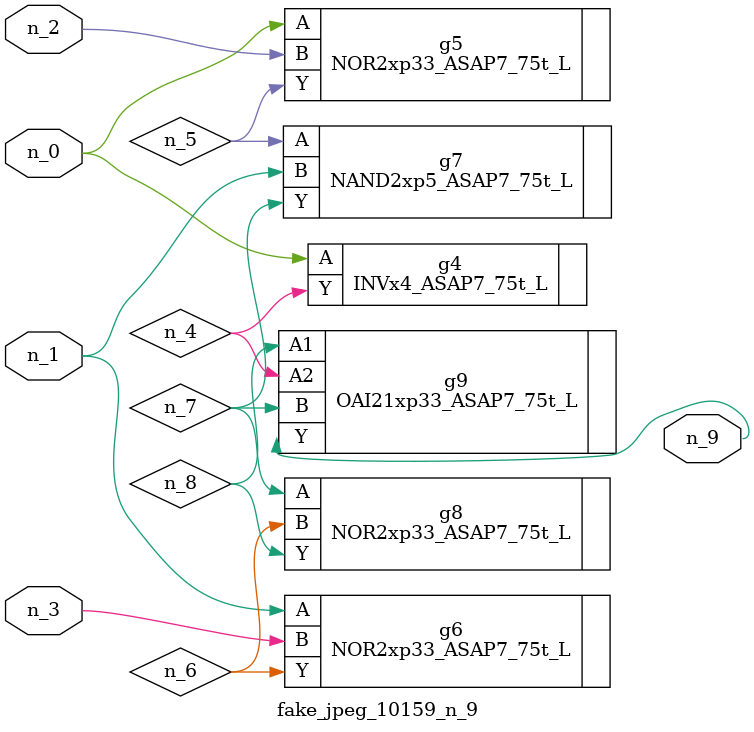
<source format=v>
module fake_jpeg_10159_n_9 (n_0, n_3, n_2, n_1, n_9);

input n_0;
input n_3;
input n_2;
input n_1;

output n_9;

wire n_4;
wire n_8;
wire n_6;
wire n_5;
wire n_7;

INVx4_ASAP7_75t_L g4 ( 
.A(n_0),
.Y(n_4)
);

NOR2xp33_ASAP7_75t_L g5 ( 
.A(n_0),
.B(n_2),
.Y(n_5)
);

NOR2xp33_ASAP7_75t_L g6 ( 
.A(n_1),
.B(n_3),
.Y(n_6)
);

NAND2xp5_ASAP7_75t_L g7 ( 
.A(n_5),
.B(n_1),
.Y(n_7)
);

NOR2xp33_ASAP7_75t_L g8 ( 
.A(n_7),
.B(n_6),
.Y(n_8)
);

OAI21xp33_ASAP7_75t_L g9 ( 
.A1(n_8),
.A2(n_4),
.B(n_7),
.Y(n_9)
);


endmodule
</source>
